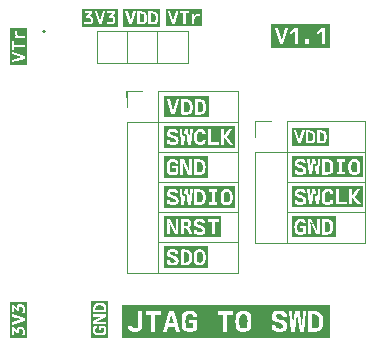
<source format=gto>
%TF.GenerationSoftware,KiCad,Pcbnew,(6.0.9)*%
%TF.CreationDate,2023-10-26T15:22:16+09:00*%
%TF.ProjectId,JTAG_to_SWD,4a544147-5f74-46f5-9f53-57442e6b6963,rev?*%
%TF.SameCoordinates,PX1c9c380PYaba9500*%
%TF.FileFunction,Legend,Top*%
%TF.FilePolarity,Positive*%
%FSLAX46Y46*%
G04 Gerber Fmt 4.6, Leading zero omitted, Abs format (unit mm)*
G04 Created by KiCad (PCBNEW (6.0.9)) date 2023-10-26 15:22:16*
%MOMM*%
%LPD*%
G01*
G04 APERTURE LIST*
%ADD10C,0.120000*%
%ADD11C,0.200000*%
G04 APERTURE END LIST*
D10*
X10290000Y22200000D02*
X10290000Y22700000D01*
X10800000Y22700000D02*
X10300000Y22700000D01*
X12965000Y15035000D02*
X19700000Y15035000D01*
X19700000Y15035000D02*
X19700000Y12520000D01*
X19700000Y12520000D02*
X12965000Y12520000D01*
X12965000Y12520000D02*
X12965000Y15035000D01*
X12900000Y27780000D02*
X10360000Y27780000D01*
X10360000Y27780000D02*
X10360000Y25120000D01*
X10360000Y25120000D02*
X12900000Y25120000D01*
X12900000Y25120000D02*
X12900000Y27780000D01*
X15500000Y27780000D02*
X12900000Y27780000D01*
X12900000Y27780000D02*
X12900000Y25120000D01*
X12900000Y25120000D02*
X15500000Y25120000D01*
X15500000Y25120000D02*
X15500000Y27780000D01*
X12965000Y9950000D02*
X19700000Y9950000D01*
X19700000Y9950000D02*
X19700000Y7350000D01*
X19700000Y7350000D02*
X12965000Y7350000D01*
X12965000Y7350000D02*
X12965000Y9950000D01*
D11*
X3402195Y27800000D02*
G75*
G03*
X3402195Y27800000I-92195J0D01*
G01*
D10*
X21180000Y19690000D02*
X21180000Y20190000D01*
X12965000Y17600000D02*
X19700000Y17600000D01*
X19700000Y17600000D02*
X19700000Y15035000D01*
X19700000Y15035000D02*
X12965000Y15035000D01*
X12965000Y15035000D02*
X12965000Y17600000D01*
X12965000Y12515000D02*
X19700000Y12515000D01*
X19700000Y12515000D02*
X19700000Y9950000D01*
X19700000Y9950000D02*
X12965000Y9950000D01*
X12965000Y9950000D02*
X12965000Y12515000D01*
X23855000Y12510000D02*
X30510000Y12510000D01*
X30510000Y12510000D02*
X30510000Y9910000D01*
X30510000Y9910000D02*
X23855000Y9910000D01*
X23855000Y9910000D02*
X23855000Y12510000D01*
X23855000Y17575000D02*
X30510000Y17575000D01*
X30510000Y17575000D02*
X30510000Y15075000D01*
X30510000Y15075000D02*
X23855000Y15075000D01*
X23855000Y15075000D02*
X23855000Y17575000D01*
X12965000Y20100000D02*
X19700000Y20100000D01*
X19700000Y20100000D02*
X19700000Y17600000D01*
X19700000Y17600000D02*
X12965000Y17600000D01*
X12965000Y17600000D02*
X12965000Y20100000D01*
X23855000Y20190000D02*
X30510000Y20190000D01*
X30510000Y20190000D02*
X30510000Y17575000D01*
X30510000Y17575000D02*
X23855000Y17575000D01*
X23855000Y17575000D02*
X23855000Y20190000D01*
X21690000Y20190000D02*
X21190000Y20190000D01*
X12965000Y22715000D02*
X19700000Y22715000D01*
X19700000Y22715000D02*
X19700000Y20100000D01*
X19700000Y20100000D02*
X12965000Y20100000D01*
X12965000Y20100000D02*
X12965000Y22715000D01*
X23855000Y15075000D02*
X30510000Y15075000D01*
X30510000Y15075000D02*
X30510000Y12510000D01*
X30510000Y12510000D02*
X23855000Y12510000D01*
X23855000Y12510000D02*
X23855000Y15075000D01*
%TO.C,kibuzzard-652CA4AC*%
G36*
X7266731Y1866312D02*
G01*
X7266731Y2485437D01*
X7465169Y2485437D01*
X7470725Y2383749D01*
X7487394Y2298818D01*
X7515175Y2230644D01*
X7582247Y2153848D01*
X7683450Y2102850D01*
X7773497Y2081683D01*
X7885944Y2068983D01*
X8020794Y2064750D01*
X8154761Y2069248D01*
X8266680Y2082742D01*
X8356550Y2105231D01*
X8457753Y2159405D01*
X8524825Y2240962D01*
X8552606Y2313458D01*
X8569275Y2403946D01*
X8574831Y2512425D01*
X8570466Y2610056D01*
X8557369Y2693400D01*
X8531969Y2777141D01*
X8490694Y2875962D01*
X7952531Y2875962D01*
X7952531Y2460037D01*
X8125569Y2460037D01*
X8125569Y2683875D01*
X8368456Y2683875D01*
X8393062Y2605294D01*
X8400206Y2507662D01*
X8391872Y2423327D01*
X8366869Y2360819D01*
X8321823Y2316567D01*
X8253363Y2287000D01*
X8156327Y2270331D01*
X8025556Y2264775D01*
X7891809Y2269736D01*
X7792194Y2284619D01*
X7721550Y2311408D01*
X7674719Y2352087D01*
X7648525Y2409634D01*
X7639794Y2487025D01*
X7652494Y2598944D01*
X7694562Y2658475D01*
X7779494Y2682287D01*
X7779494Y2879137D01*
X7669956Y2865048D01*
X7588994Y2835481D01*
X7531844Y2786864D01*
X7493744Y2715625D01*
X7472312Y2616803D01*
X7465169Y2485437D01*
X7266731Y2485437D01*
X7266731Y3831637D01*
X7481044Y3831637D01*
X7481044Y3636375D01*
X8101756Y3636375D01*
X8327181Y3658600D01*
X8327181Y3653838D01*
X7481044Y3266487D01*
X7481044Y3018837D01*
X8560544Y3018837D01*
X8560544Y3214100D01*
X7939831Y3214100D01*
X7714406Y3191875D01*
X7714406Y3196638D01*
X8560544Y3583987D01*
X8560544Y3831637D01*
X7481044Y3831637D01*
X7266731Y3831637D01*
X7266731Y4171363D01*
X7474694Y4171363D01*
X7476281Y4084050D01*
X7481044Y3987213D01*
X8560544Y3987213D01*
X8567599Y4091106D01*
X8571833Y4184768D01*
X8573244Y4268200D01*
X8567776Y4395376D01*
X8551372Y4501739D01*
X8524031Y4587288D01*
X8458348Y4683728D01*
X8359725Y4747625D01*
X8272501Y4774083D01*
X8164286Y4789958D01*
X8035081Y4795250D01*
X7911521Y4790664D01*
X7807540Y4776906D01*
X7723137Y4753975D01*
X7625308Y4698214D01*
X7555656Y4613481D01*
X7522848Y4538251D01*
X7498506Y4444853D01*
X7482631Y4333288D01*
X7476678Y4257088D01*
X7474694Y4171363D01*
X7266731Y4171363D01*
X7266731Y4993688D01*
X8773269Y4993688D01*
X8773269Y1866312D01*
X7266731Y1866312D01*
G37*
G36*
X8149580Y4584311D02*
G01*
X8243837Y4565856D01*
X8311505Y4532717D01*
X8357344Y4482513D01*
X8385125Y4411472D01*
X8398619Y4315825D01*
X8393856Y4190412D01*
X7649319Y4190412D01*
X7651303Y4252325D01*
X7657256Y4326938D01*
X7674520Y4418417D01*
X7704087Y4486481D01*
X7749728Y4534702D01*
X7815212Y4566650D01*
X7905105Y4584509D01*
X8023969Y4590463D01*
X8149580Y4584311D01*
G37*
%TO.C,kibuzzard-6539E611*%
G36*
X24281048Y19607713D02*
G01*
X27446524Y19607713D01*
X27446524Y18112287D01*
X24281048Y18112287D01*
X24281048Y19402925D01*
X24479486Y19402925D01*
X24800161Y18323425D01*
X25049399Y18323425D01*
X25487549Y18323425D01*
X25591442Y18316369D01*
X25685104Y18312136D01*
X25768536Y18310725D01*
X25895712Y18316193D01*
X25942604Y18323425D01*
X26440049Y18323425D01*
X26543942Y18316369D01*
X26637604Y18312136D01*
X26721036Y18310725D01*
X26848212Y18316193D01*
X26954575Y18332597D01*
X27040124Y18359937D01*
X27136564Y18425620D01*
X27200461Y18524244D01*
X27226919Y18611468D01*
X27242794Y18719683D01*
X27248086Y18848887D01*
X27243500Y18972448D01*
X27229742Y19076429D01*
X27206811Y19160831D01*
X27151050Y19258661D01*
X27066317Y19328313D01*
X26991087Y19361121D01*
X26897689Y19385463D01*
X26786124Y19401337D01*
X26709924Y19407291D01*
X26624199Y19409275D01*
X26536886Y19407688D01*
X26440049Y19402925D01*
X26440049Y18323425D01*
X25942604Y18323425D01*
X26002075Y18332597D01*
X26087624Y18359937D01*
X26184064Y18425620D01*
X26247961Y18524244D01*
X26274419Y18611468D01*
X26290294Y18719683D01*
X26295586Y18848887D01*
X26291000Y18972448D01*
X26277242Y19076429D01*
X26254311Y19160831D01*
X26198550Y19258661D01*
X26113817Y19328313D01*
X26038587Y19361121D01*
X25945189Y19385463D01*
X25833624Y19401337D01*
X25757424Y19407291D01*
X25671699Y19409275D01*
X25584386Y19407688D01*
X25487549Y19402925D01*
X25487549Y18323425D01*
X25049399Y18323425D01*
X25370074Y19402925D01*
X25163699Y19402925D01*
X24928749Y18561550D01*
X24920811Y18561550D01*
X24685861Y19402925D01*
X24479486Y19402925D01*
X24281048Y19402925D01*
X24281048Y19607713D01*
G37*
G36*
X26705161Y19232666D02*
G01*
X26779774Y19226713D01*
X26871253Y19209448D01*
X26939317Y19179881D01*
X26987538Y19134241D01*
X27019486Y19068756D01*
X27037345Y18978864D01*
X27043299Y18860000D01*
X27037147Y18734389D01*
X27018692Y18640131D01*
X26985553Y18572464D01*
X26935349Y18526625D01*
X26864308Y18498844D01*
X26768661Y18485350D01*
X26643249Y18490112D01*
X26643249Y19234650D01*
X26705161Y19232666D01*
G37*
G36*
X25752661Y19232666D02*
G01*
X25827274Y19226713D01*
X25918753Y19209448D01*
X25986817Y19179881D01*
X26035038Y19134241D01*
X26066986Y19068756D01*
X26084845Y18978864D01*
X26090799Y18860000D01*
X26084647Y18734389D01*
X26066192Y18640131D01*
X26033053Y18572464D01*
X25982849Y18526625D01*
X25911808Y18498844D01*
X25816161Y18485350D01*
X25690749Y18490112D01*
X25690749Y19234650D01*
X25752661Y19232666D01*
G37*
%TO.C,kibuzzard-652CAEF1*%
G36*
X6535525Y29688188D02*
G01*
X9564475Y29688188D01*
X9564475Y28197526D01*
X6535525Y28197526D01*
X6535525Y28461051D01*
X6733962Y28461051D01*
X6807980Y28430095D01*
X6877631Y28410251D01*
X6952045Y28399535D01*
X7040350Y28395963D01*
X7182034Y28404694D01*
X7289587Y28430888D01*
X7367573Y28476529D01*
X7420556Y28543601D01*
X7450917Y28636073D01*
X7461037Y28757913D01*
X7455084Y28862093D01*
X7437225Y28942857D01*
X7406070Y29002587D01*
X7360231Y29043663D01*
X7297723Y29067476D01*
X7216562Y29075413D01*
X7153062Y29072238D01*
X7153062Y29080176D01*
X7419762Y29305601D01*
X7419762Y29489751D01*
X7629312Y29489751D01*
X7949987Y28410251D01*
X8199225Y28410251D01*
X8214316Y28461051D01*
X8638963Y28461051D01*
X8712980Y28430095D01*
X8782631Y28410251D01*
X8857045Y28399535D01*
X8945350Y28395963D01*
X9087034Y28404694D01*
X9194588Y28430888D01*
X9272573Y28476529D01*
X9325556Y28543601D01*
X9355917Y28636073D01*
X9366038Y28757913D01*
X9360084Y28862093D01*
X9342225Y28942857D01*
X9311070Y29002587D01*
X9265231Y29043663D01*
X9202723Y29067476D01*
X9121562Y29075413D01*
X9058063Y29072238D01*
X9058063Y29080176D01*
X9324763Y29305601D01*
X9324763Y29489751D01*
X8661187Y29489751D01*
X8661187Y29321476D01*
X9083463Y29321476D01*
X8816762Y29084938D01*
X8816762Y28897613D01*
X8912806Y28911901D01*
X8991387Y28916663D01*
X9073144Y28907138D01*
X9127913Y28878563D01*
X9158869Y28829351D01*
X9169188Y28757913D01*
X9156686Y28667624D01*
X9119181Y28609482D01*
X9050323Y28577930D01*
X8943763Y28567413D01*
X8872127Y28572573D01*
X8803269Y28588051D01*
X8728458Y28616229D01*
X8638963Y28659488D01*
X8638963Y28461051D01*
X8214316Y28461051D01*
X8519900Y29489751D01*
X8313525Y29489751D01*
X8078575Y28648376D01*
X8070637Y28648376D01*
X7835687Y29489751D01*
X7629312Y29489751D01*
X7419762Y29489751D01*
X6756187Y29489751D01*
X6756187Y29321476D01*
X7178462Y29321476D01*
X6911762Y29084938D01*
X6911762Y28897613D01*
X7007806Y28911901D01*
X7086387Y28916663D01*
X7168144Y28907138D01*
X7222912Y28878563D01*
X7253869Y28829351D01*
X7264187Y28757913D01*
X7251686Y28667624D01*
X7214181Y28609482D01*
X7145323Y28577930D01*
X7038762Y28567413D01*
X6967127Y28572573D01*
X6898269Y28588051D01*
X6823458Y28616229D01*
X6733962Y28659488D01*
X6733962Y28461051D01*
X6535525Y28461051D01*
X6535525Y29688188D01*
G37*
%TO.C,kibuzzard-6539E8D8*%
G36*
X13476048Y14668923D02*
G01*
X19500610Y14668923D01*
X19500610Y12861077D01*
X13476048Y12861077D01*
X13476048Y13506873D01*
X13719888Y13506873D01*
X13726555Y13364950D01*
X13757988Y13259223D01*
X13817757Y13184451D01*
X13909435Y13135397D01*
X14039690Y13108251D01*
X14215188Y13099202D01*
X14385447Y13107299D01*
X14511415Y13131588D01*
X14600236Y13175403D01*
X14659053Y13242078D01*
X14691914Y13336375D01*
X14702868Y13463058D01*
X14693819Y13567118D01*
X14666673Y13650700D01*
X14618333Y13718566D01*
X14545705Y13775478D01*
X14443073Y13826436D01*
X14304723Y13876443D01*
X14144941Y13931449D01*
X14042785Y13978360D01*
X13969443Y14076468D01*
X13990398Y14166003D01*
X14059930Y14209818D01*
X14199948Y14223153D01*
X14336155Y14208865D01*
X14406640Y14161240D01*
X14434263Y14065038D01*
X14676198Y14065038D01*
X14666673Y14193149D01*
X14634288Y14287923D01*
X14576423Y14354598D01*
X14490460Y14398413D01*
X14424175Y14411748D01*
X14796213Y14411748D01*
X14950518Y13116347D01*
X15201978Y13116347D01*
X15350568Y14244108D01*
X15358188Y14244108D01*
X15504873Y13116347D01*
X15758238Y13116347D01*
X16028748Y13116347D01*
X16153419Y13107881D01*
X16265814Y13102801D01*
X16365933Y13101108D01*
X16518544Y13107669D01*
X16574811Y13116347D01*
X17282238Y13116347D01*
X17996613Y13116347D01*
X17996613Y13327803D01*
X17758488Y13327803D01*
X17758488Y13760238D01*
X18280458Y13760238D01*
X18285432Y13599582D01*
X18300354Y13465597D01*
X18325225Y13358283D01*
X18385709Y13237791D01*
X18477625Y13158257D01*
X18559434Y13125449D01*
X18661352Y13105764D01*
X18783378Y13099202D01*
X18905404Y13105764D01*
X19007321Y13125449D01*
X19089130Y13158257D01*
X19181047Y13237791D01*
X19241530Y13358283D01*
X19266401Y13465597D01*
X19281324Y13599582D01*
X19286298Y13760238D01*
X19281324Y13923221D01*
X19266401Y14059111D01*
X19241530Y14167908D01*
X19181047Y14290066D01*
X19089130Y14370790D01*
X19007321Y14404128D01*
X18905404Y14424130D01*
X18783378Y14430798D01*
X18661352Y14424130D01*
X18559434Y14404128D01*
X18477625Y14370790D01*
X18385709Y14290066D01*
X18325225Y14167908D01*
X18300354Y14059111D01*
X18285432Y13923221D01*
X18280458Y13760238D01*
X17758488Y13760238D01*
X17758488Y14200293D01*
X17983278Y14200293D01*
X17983278Y14411748D01*
X17295573Y14411748D01*
X17295573Y14200293D01*
X17520363Y14200293D01*
X17520363Y13327803D01*
X17282238Y13327803D01*
X17282238Y13116347D01*
X16574811Y13116347D01*
X16646179Y13127354D01*
X16748838Y13160163D01*
X16864566Y13238982D01*
X16941243Y13357330D01*
X16972993Y13461999D01*
X16992043Y13591857D01*
X16998393Y13746903D01*
X16992889Y13895175D01*
X16976379Y14019953D01*
X16948863Y14121235D01*
X16881950Y14238631D01*
X16780270Y14322213D01*
X16689994Y14361583D01*
X16577917Y14390793D01*
X16444038Y14409843D01*
X16352598Y14416986D01*
X16249728Y14419368D01*
X16144953Y14417463D01*
X16028748Y14411748D01*
X16028748Y13116347D01*
X15758238Y13116347D01*
X15912543Y14411748D01*
X15702993Y14411748D01*
X15626793Y13392573D01*
X15624888Y13392573D01*
X15609648Y13628793D01*
X15491538Y14411748D01*
X15217218Y14411748D01*
X15095298Y13628793D01*
X15081963Y13392573D01*
X15080058Y13392573D01*
X15005763Y14411748D01*
X14796213Y14411748D01*
X14424175Y14411748D01*
X14369731Y14422701D01*
X14207568Y14430798D01*
X14042071Y14422939D01*
X13918960Y14399365D01*
X13831806Y14357217D01*
X13774180Y14293638D01*
X13742033Y14204103D01*
X13731318Y14084088D01*
X13740366Y13990266D01*
X13767513Y13914543D01*
X13816328Y13852392D01*
X13890385Y13799290D01*
X13995398Y13750951D01*
X14137083Y13703088D01*
X14250192Y13666178D01*
X14334250Y13631650D01*
X14434263Y13558308D01*
X14464743Y13461153D01*
X14443788Y13366855D01*
X14372350Y13320183D01*
X14230428Y13306847D01*
X14137797Y13311134D01*
X14069455Y13323993D01*
X13988493Y13384000D01*
X13958013Y13506873D01*
X13719888Y13506873D01*
X13476048Y13506873D01*
X13476048Y14668923D01*
G37*
G36*
X16346883Y14207436D02*
G01*
X16436418Y14200293D01*
X16546193Y14179576D01*
X16627870Y14144095D01*
X16685735Y14089326D01*
X16724073Y14010745D01*
X16745504Y13902874D01*
X16752648Y13760238D01*
X16745266Y13609504D01*
X16723120Y13496395D01*
X16683353Y13415194D01*
X16623108Y13360188D01*
X16537859Y13326850D01*
X16423083Y13310658D01*
X16272588Y13316373D01*
X16272588Y14209818D01*
X16346883Y14207436D01*
G37*
G36*
X18874341Y14211008D02*
G01*
X18941493Y14180290D01*
X18988880Y14125045D01*
X19020550Y14041225D01*
X19038410Y13921924D01*
X19044363Y13760238D01*
X19038410Y13603313D01*
X19020550Y13486870D01*
X18988880Y13404479D01*
X18941493Y13349710D01*
X18874341Y13318992D01*
X18783378Y13308752D01*
X18692176Y13318992D01*
X18624310Y13349710D01*
X18576209Y13404479D01*
X18544300Y13486870D01*
X18526441Y13603313D01*
X18520488Y13760238D01*
X18526441Y13920734D01*
X18544300Y14040273D01*
X18576209Y14124807D01*
X18624310Y14180290D01*
X18692176Y14211008D01*
X18783378Y14221248D01*
X18874341Y14211008D01*
G37*
%TO.C,kibuzzard-6539E952*%
G36*
X9910753Y4656897D02*
G01*
X27489247Y4656897D01*
X27489247Y1823103D01*
X9910753Y1823103D01*
X9910753Y2875510D01*
X10447540Y2875510D01*
X10454207Y2695170D01*
X10489450Y2560550D01*
X10557395Y2464665D01*
X10662170Y2400530D01*
X10812347Y2364335D01*
X11016500Y2352270D01*
X11219065Y2364335D01*
X11369560Y2400530D01*
X11475922Y2465300D01*
X11546090Y2563090D01*
X11585142Y2701520D01*
X11598160Y2888210D01*
X11598160Y3812770D01*
X11951220Y3812770D01*
X12413500Y3812770D01*
X12413500Y2375130D01*
X12738620Y2375130D01*
X13378700Y2375130D01*
X13701280Y2375130D01*
X13825740Y2789150D01*
X14374380Y2789150D01*
X14498840Y2375130D01*
X14821420Y2375130D01*
X14563610Y3238730D01*
X14971280Y3238730D01*
X14978477Y3024382D01*
X15000067Y2845312D01*
X15036050Y2701520D01*
X15122727Y2539595D01*
X15253220Y2432280D01*
X15369213Y2387830D01*
X15513993Y2361160D01*
X15687560Y2352270D01*
X15843770Y2359255D01*
X15977120Y2380210D01*
X16111105Y2420850D01*
X16269220Y2486890D01*
X16269220Y3347950D01*
X15603740Y3347950D01*
X15603740Y3071090D01*
X15961880Y3071090D01*
X15961880Y2682470D01*
X15836150Y2643100D01*
X15679940Y2631670D01*
X15545002Y2645005D01*
X15444990Y2685010D01*
X15374187Y2757082D01*
X15326880Y2866620D01*
X15300210Y3021878D01*
X15291320Y3231110D01*
X15299257Y3445105D01*
X15323070Y3604490D01*
X15365932Y3717520D01*
X15431020Y3792450D01*
X15523095Y3834360D01*
X15646920Y3848330D01*
X15825990Y3828010D01*
X15921240Y3760700D01*
X15959340Y3624810D01*
X16274300Y3624810D01*
X16251757Y3800070D01*
X16247119Y3812770D01*
X18047220Y3812770D01*
X18509500Y3812770D01*
X18509500Y2375130D01*
X18834620Y2375130D01*
X18834620Y3233650D01*
X19525500Y3233650D01*
X19532132Y3019443D01*
X19552029Y2840797D01*
X19585190Y2697710D01*
X19665835Y2537055D01*
X19788390Y2431010D01*
X19897469Y2387266D01*
X20033359Y2361019D01*
X20196060Y2352270D01*
X20358761Y2361019D01*
X20494651Y2387266D01*
X20603730Y2431010D01*
X20726285Y2537055D01*
X20806930Y2697710D01*
X20840091Y2840797D01*
X20846220Y2895830D01*
X22588740Y2895830D01*
X22597630Y2706600D01*
X22639540Y2565630D01*
X22719233Y2465935D01*
X22841470Y2400530D01*
X23015143Y2364335D01*
X23249140Y2352270D01*
X23476153Y2363065D01*
X23644110Y2395450D01*
X23762537Y2453870D01*
X23840960Y2542770D01*
X23884775Y2668500D01*
X23899380Y2837410D01*
X23887315Y2976158D01*
X23851120Y3087600D01*
X23786668Y3178088D01*
X23689830Y3253970D01*
X23552988Y3321915D01*
X23368520Y3388590D01*
X23155478Y3461933D01*
X23019270Y3524480D01*
X22921480Y3655290D01*
X22949420Y3774670D01*
X23042130Y3833090D01*
X23228820Y3850870D01*
X23410430Y3831820D01*
X23504410Y3768320D01*
X23541240Y3640050D01*
X23863820Y3640050D01*
X23851120Y3810865D01*
X23807940Y3937230D01*
X23730788Y4026130D01*
X23616170Y4084550D01*
X23527793Y4102330D01*
X24023840Y4102330D01*
X24229580Y2375130D01*
X24564860Y2375130D01*
X24762980Y3878810D01*
X24773140Y3878810D01*
X24968720Y2375130D01*
X25306540Y2375130D01*
X25667220Y2375130D01*
X25833449Y2363841D01*
X25983309Y2357068D01*
X26116800Y2354810D01*
X26320282Y2363559D01*
X26490462Y2389806D01*
X26627340Y2433550D01*
X26781645Y2538643D01*
X26883880Y2696440D01*
X26926213Y2835999D01*
X26951613Y3009142D01*
X26960080Y3215870D01*
X26952742Y3413567D01*
X26930729Y3579937D01*
X26894040Y3714980D01*
X26804823Y3871508D01*
X26669250Y3982950D01*
X26548882Y4035443D01*
X26399446Y4074390D01*
X26220940Y4099790D01*
X26099020Y4109315D01*
X25961860Y4112490D01*
X25822160Y4109950D01*
X25667220Y4102330D01*
X25667220Y2375130D01*
X25306540Y2375130D01*
X25512280Y4102330D01*
X25232880Y4102330D01*
X25131280Y2743430D01*
X25128740Y2743430D01*
X25108420Y3058390D01*
X24950940Y4102330D01*
X24585180Y4102330D01*
X24422620Y3058390D01*
X24404840Y2743430D01*
X24402300Y2743430D01*
X24303240Y4102330D01*
X24023840Y4102330D01*
X23527793Y4102330D01*
X23455198Y4116935D01*
X23238980Y4127730D01*
X23018318Y4117253D01*
X22854170Y4085820D01*
X22737965Y4029623D01*
X22661130Y3944850D01*
X22618268Y3825470D01*
X22603980Y3665450D01*
X22616045Y3540355D01*
X22652240Y3439390D01*
X22717328Y3356523D01*
X22816070Y3285720D01*
X22956088Y3221268D01*
X23145000Y3157450D01*
X23295813Y3108238D01*
X23407890Y3062200D01*
X23541240Y2964410D01*
X23581880Y2834870D01*
X23553940Y2709140D01*
X23458690Y2646910D01*
X23269460Y2629130D01*
X23145953Y2634845D01*
X23054830Y2651990D01*
X22946880Y2732000D01*
X22906240Y2895830D01*
X22588740Y2895830D01*
X20846220Y2895830D01*
X20859988Y3019443D01*
X20866620Y3233650D01*
X20859988Y3450961D01*
X20840091Y3632148D01*
X20806930Y3777210D01*
X20726285Y3940088D01*
X20603730Y4047720D01*
X20494651Y4092170D01*
X20358761Y4118840D01*
X20196060Y4127730D01*
X20033359Y4118840D01*
X19897469Y4092170D01*
X19788390Y4047720D01*
X19665835Y3940088D01*
X19585190Y3777210D01*
X19552029Y3632148D01*
X19532132Y3450961D01*
X19525500Y3233650D01*
X18834620Y3233650D01*
X18834620Y3812770D01*
X19296900Y3812770D01*
X19296900Y4102330D01*
X18047220Y4102330D01*
X18047220Y3812770D01*
X16247119Y3812770D01*
X16204450Y3929610D01*
X16126662Y4021050D01*
X16012680Y4082010D01*
X15854565Y4116300D01*
X15644380Y4127730D01*
X15481679Y4118840D01*
X15345789Y4092170D01*
X15236710Y4047720D01*
X15113837Y3940405D01*
X15032240Y3778480D01*
X14998373Y3634406D01*
X14978053Y3454489D01*
X14971280Y3238730D01*
X14563610Y3238730D01*
X14305800Y4102330D01*
X13894320Y4102330D01*
X13378700Y2375130D01*
X12738620Y2375130D01*
X12738620Y3812770D01*
X13200900Y3812770D01*
X13200900Y4102330D01*
X11951220Y4102330D01*
X11951220Y3812770D01*
X11598160Y3812770D01*
X11598160Y4102330D01*
X11275580Y4102330D01*
X11275580Y2898370D01*
X11251450Y2738350D01*
X11170170Y2658340D01*
X11008880Y2634210D01*
X10820920Y2686280D01*
X10772660Y2875510D01*
X10447540Y2875510D01*
X9910753Y2875510D01*
X9910753Y4656897D01*
G37*
G36*
X26091400Y3829915D02*
G01*
X26210780Y3820390D01*
X26357147Y3792768D01*
X26466050Y3745460D01*
X26543203Y3672435D01*
X26594320Y3567660D01*
X26622895Y3423833D01*
X26632420Y3233650D01*
X26622578Y3032673D01*
X26593050Y2881860D01*
X26540028Y2773593D01*
X26459700Y2700250D01*
X26346035Y2655800D01*
X26193000Y2634210D01*
X25992340Y2641830D01*
X25992340Y3833090D01*
X26091400Y3829915D01*
G37*
G36*
X20317345Y3834678D02*
G01*
X20406880Y3793720D01*
X20470063Y3720060D01*
X20512290Y3608300D01*
X20536102Y3449233D01*
X20544040Y3233650D01*
X20536102Y3024417D01*
X20512290Y2869160D01*
X20470063Y2759305D01*
X20406880Y2686280D01*
X20317345Y2645323D01*
X20196060Y2631670D01*
X20074457Y2645323D01*
X19983970Y2686280D01*
X19919835Y2759305D01*
X19877290Y2869160D01*
X19853478Y3024417D01*
X19845540Y3233650D01*
X19853478Y3447645D01*
X19877290Y3607030D01*
X19919835Y3719743D01*
X19983970Y3793720D01*
X20074457Y3834678D01*
X20196060Y3848330D01*
X20317345Y3834678D01*
G37*
G36*
X14298180Y3060930D02*
G01*
X13901940Y3060930D01*
X14097520Y3787370D01*
X14102600Y3787370D01*
X14298180Y3060930D01*
G37*
%TO.C,kibuzzard-6539E58F*%
G36*
X13476048Y17208923D02*
G01*
X17228898Y17208923D01*
X17228898Y15401077D01*
X13476048Y15401077D01*
X13476048Y16304048D01*
X13714173Y16304048D01*
X13719570Y16143287D01*
X13735763Y16008984D01*
X13762750Y15901140D01*
X13827759Y15779696D01*
X13925628Y15699210D01*
X14012623Y15665873D01*
X14121208Y15645870D01*
X14251383Y15639202D01*
X14368540Y15644441D01*
X14444307Y15656347D01*
X14859078Y15656347D01*
X15093393Y15656347D01*
X15093393Y16401203D01*
X15066723Y16671713D01*
X15072438Y16671713D01*
X15537258Y15656347D01*
X15834438Y15656347D01*
X16021128Y15656347D01*
X16145800Y15647881D01*
X16258195Y15642801D01*
X16358313Y15641108D01*
X16510925Y15647669D01*
X16638560Y15667354D01*
X16741218Y15700163D01*
X16856947Y15778982D01*
X16933623Y15897330D01*
X16965373Y16001999D01*
X16984423Y16131857D01*
X16990773Y16286903D01*
X16985270Y16435175D01*
X16968760Y16559953D01*
X16941243Y16661235D01*
X16874330Y16778631D01*
X16772650Y16862213D01*
X16682375Y16901583D01*
X16570297Y16930793D01*
X16436418Y16949843D01*
X16344978Y16956986D01*
X16242108Y16959368D01*
X16137333Y16957463D01*
X16021128Y16951748D01*
X16021128Y15656347D01*
X15834438Y15656347D01*
X15834438Y16951748D01*
X15600123Y16951748D01*
X15600123Y16206893D01*
X15626793Y15936382D01*
X15621078Y15936382D01*
X15156258Y16951748D01*
X14859078Y16951748D01*
X14859078Y15656347D01*
X14444307Y15656347D01*
X14468553Y15660157D01*
X14569042Y15690638D01*
X14687628Y15740168D01*
X14687628Y16385963D01*
X14188518Y16385963D01*
X14188518Y16178318D01*
X14457123Y16178318D01*
X14457123Y15886853D01*
X14362825Y15857325D01*
X14245668Y15848752D01*
X14144465Y15858754D01*
X14069455Y15888758D01*
X14016354Y15942812D01*
X13980873Y16024965D01*
X13960870Y16141408D01*
X13954203Y16298333D01*
X13960156Y16458829D01*
X13978015Y16578368D01*
X14010162Y16663140D01*
X14058978Y16719338D01*
X14128034Y16750770D01*
X14220903Y16761248D01*
X14355205Y16746008D01*
X14426643Y16695525D01*
X14455218Y16593608D01*
X14691438Y16593608D01*
X14674531Y16725053D01*
X14639050Y16822208D01*
X14580710Y16890788D01*
X14495223Y16936508D01*
X14376637Y16962225D01*
X14218998Y16970798D01*
X14096972Y16964130D01*
X13995055Y16944128D01*
X13913245Y16910790D01*
X13821091Y16830304D01*
X13759893Y16708860D01*
X13734493Y16600804D01*
X13719253Y16465867D01*
X13714173Y16304048D01*
X13476048Y16304048D01*
X13476048Y17208923D01*
G37*
G36*
X16339263Y16747436D02*
G01*
X16428798Y16740293D01*
X16538574Y16719576D01*
X16620250Y16684095D01*
X16678115Y16629326D01*
X16716453Y16550745D01*
X16737884Y16442874D01*
X16745028Y16300238D01*
X16737646Y16149504D01*
X16715501Y16036395D01*
X16675734Y15955194D01*
X16615488Y15900188D01*
X16530239Y15866850D01*
X16415463Y15850658D01*
X16264968Y15856373D01*
X16264968Y16749818D01*
X16339263Y16747436D01*
G37*
%TO.C,kibuzzard-6539E162*%
G36*
X11473875Y29313141D02*
G01*
X11548488Y29307188D01*
X11639967Y29289923D01*
X11708031Y29260356D01*
X11756252Y29214716D01*
X11788200Y29149231D01*
X11806059Y29059339D01*
X11812013Y28940475D01*
X11805861Y28814864D01*
X11787406Y28720606D01*
X11754267Y28652939D01*
X11704063Y28607100D01*
X11633022Y28579319D01*
X11537375Y28565825D01*
X11411963Y28570587D01*
X11411963Y29315125D01*
X11473875Y29313141D01*
G37*
G36*
X12426375Y29313141D02*
G01*
X12500988Y29307188D01*
X12592467Y29289923D01*
X12660531Y29260356D01*
X12708752Y29214716D01*
X12740700Y29149231D01*
X12758559Y29059339D01*
X12764513Y28940475D01*
X12758361Y28814864D01*
X12739906Y28720606D01*
X12706767Y28652939D01*
X12656563Y28607100D01*
X12585522Y28579319D01*
X12489875Y28565825D01*
X12364463Y28570587D01*
X12364463Y29315125D01*
X12426375Y29313141D01*
G37*
G36*
X10002262Y29688188D02*
G01*
X13167738Y29688188D01*
X13167738Y28192762D01*
X10002262Y28192762D01*
X10002262Y29483400D01*
X10200700Y29483400D01*
X10521375Y28403900D01*
X10770613Y28403900D01*
X11208763Y28403900D01*
X11312656Y28396844D01*
X11406318Y28392611D01*
X11489750Y28391200D01*
X11616926Y28396668D01*
X11663818Y28403900D01*
X12161263Y28403900D01*
X12265156Y28396844D01*
X12358818Y28392611D01*
X12442250Y28391200D01*
X12569426Y28396668D01*
X12675789Y28413072D01*
X12761338Y28440412D01*
X12857778Y28506095D01*
X12921675Y28604719D01*
X12948133Y28691943D01*
X12964008Y28800158D01*
X12969300Y28929362D01*
X12964714Y29052923D01*
X12950956Y29156904D01*
X12928025Y29241306D01*
X12872264Y29339136D01*
X12787531Y29408788D01*
X12712301Y29441596D01*
X12618903Y29465938D01*
X12507338Y29481812D01*
X12431138Y29487766D01*
X12345413Y29489750D01*
X12258100Y29488163D01*
X12161263Y29483400D01*
X12161263Y28403900D01*
X11663818Y28403900D01*
X11723289Y28413072D01*
X11808838Y28440412D01*
X11905278Y28506095D01*
X11969175Y28604719D01*
X11995633Y28691943D01*
X12011508Y28800158D01*
X12016800Y28929362D01*
X12012214Y29052923D01*
X11998456Y29156904D01*
X11975525Y29241306D01*
X11919764Y29339136D01*
X11835031Y29408788D01*
X11759801Y29441596D01*
X11666403Y29465938D01*
X11554838Y29481812D01*
X11478638Y29487766D01*
X11392913Y29489750D01*
X11305600Y29488163D01*
X11208763Y29483400D01*
X11208763Y28403900D01*
X10770613Y28403900D01*
X11091288Y29483400D01*
X10884913Y29483400D01*
X10649963Y28642025D01*
X10642025Y28642025D01*
X10407075Y29483400D01*
X10200700Y29483400D01*
X10002262Y29483400D01*
X10002262Y29688188D01*
G37*
%TO.C,kibuzzard-6539E918*%
G36*
X13476048Y19753923D02*
G01*
X19510453Y19753923D01*
X19510453Y17946077D01*
X13476048Y17946077D01*
X13476048Y18591873D01*
X13719889Y18591873D01*
X13726556Y18449950D01*
X13757988Y18344223D01*
X13817758Y18269451D01*
X13909436Y18220397D01*
X14039690Y18193251D01*
X14215188Y18184202D01*
X14385448Y18192299D01*
X14511416Y18216588D01*
X14600237Y18260403D01*
X14659053Y18327078D01*
X14691915Y18421375D01*
X14702868Y18548058D01*
X14693820Y18652118D01*
X14666673Y18735700D01*
X14618334Y18803566D01*
X14545706Y18860478D01*
X14443074Y18911436D01*
X14304723Y18961443D01*
X14144942Y19016449D01*
X14042786Y19063360D01*
X13969443Y19161468D01*
X13990398Y19251003D01*
X14059931Y19294818D01*
X14199948Y19308153D01*
X14336156Y19293865D01*
X14406641Y19246240D01*
X14434264Y19150038D01*
X14676198Y19150038D01*
X14666673Y19278149D01*
X14634288Y19372923D01*
X14576424Y19439598D01*
X14490461Y19483413D01*
X14424176Y19496748D01*
X14796213Y19496748D01*
X14950518Y18201347D01*
X15201978Y18201347D01*
X15350568Y19329108D01*
X15358188Y19329108D01*
X15504874Y18201347D01*
X15758239Y18201347D01*
X15835165Y18847143D01*
X16034463Y18847143D01*
X16039543Y18686487D01*
X16054783Y18552503D01*
X16080183Y18445188D01*
X16141620Y18324458D01*
X16234489Y18244210D01*
X16317250Y18210873D01*
X16420755Y18190870D01*
X16545004Y18184202D01*
X16697165Y18192537D01*
X16737188Y18201347D01*
X18316654Y18201347D01*
X18558589Y18201347D01*
X18558589Y18818568D01*
X19032934Y18201347D01*
X19335829Y18201347D01*
X18798619Y18858573D01*
X18798619Y18864288D01*
X19263439Y19496748D01*
X18983404Y19496748D01*
X18558589Y18902388D01*
X18558589Y19496748D01*
X18316654Y19496748D01*
X18316654Y18201347D01*
X16737188Y18201347D01*
X16745847Y18203253D01*
X17225089Y18203253D01*
X18124249Y18203253D01*
X18124249Y18416613D01*
X17468929Y18416613D01*
X17468929Y19496748D01*
X17225089Y19496748D01*
X17225089Y18203253D01*
X16745847Y18203253D01*
X16810751Y18217540D01*
X16892428Y18262784D01*
X16948864Y18331840D01*
X16984106Y18429709D01*
X17002203Y18561393D01*
X16764078Y18561393D01*
X16703118Y18427090D01*
X16640730Y18400658D01*
X16545004Y18391847D01*
X16452135Y18402087D01*
X16383079Y18432805D01*
X16334263Y18487812D01*
X16302116Y18570917D01*
X16284257Y18688551D01*
X16278304Y18847143D01*
X16284257Y19007639D01*
X16302116Y19127178D01*
X16334263Y19211712D01*
X16383079Y19267195D01*
X16452135Y19297913D01*
X16545004Y19308153D01*
X16631681Y19298628D01*
X16689783Y19270053D01*
X16727407Y19215284D01*
X16752649Y19127178D01*
X16990774Y19127178D01*
X16976010Y19262194D01*
X16943148Y19362445D01*
X16888380Y19433406D01*
X16807893Y19480555D01*
X16695499Y19506987D01*
X16545004Y19515798D01*
X16420755Y19509130D01*
X16317250Y19489128D01*
X16234489Y19455790D01*
X16141620Y19375066D01*
X16080183Y19252908D01*
X16054783Y19144323D01*
X16039543Y19009068D01*
X16034463Y18847143D01*
X15835165Y18847143D01*
X15912544Y19496748D01*
X15702993Y19496748D01*
X15626793Y18477573D01*
X15624889Y18477573D01*
X15609649Y18713793D01*
X15491539Y19496748D01*
X15217218Y19496748D01*
X15095298Y18713793D01*
X15081963Y18477573D01*
X15080059Y18477573D01*
X15005764Y19496748D01*
X14796213Y19496748D01*
X14424176Y19496748D01*
X14369732Y19507701D01*
X14207568Y19515798D01*
X14042072Y19507939D01*
X13918961Y19484365D01*
X13831807Y19442217D01*
X13774181Y19378638D01*
X13742034Y19289103D01*
X13731318Y19169088D01*
X13740367Y19075266D01*
X13767513Y18999543D01*
X13816329Y18937392D01*
X13890386Y18884290D01*
X13995399Y18835951D01*
X14137083Y18788088D01*
X14250193Y18751178D01*
X14334251Y18716650D01*
X14434264Y18643308D01*
X14464743Y18546153D01*
X14443788Y18451855D01*
X14372351Y18405183D01*
X14230428Y18391847D01*
X14137798Y18396134D01*
X14069456Y18408993D01*
X13988493Y18469000D01*
X13958013Y18591873D01*
X13719889Y18591873D01*
X13476048Y18591873D01*
X13476048Y19753923D01*
G37*
%TO.C,kibuzzard-6539E1A4*%
G36*
X404669Y24960125D02*
G01*
X404669Y26049150D01*
X603107Y26049150D01*
X603107Y25842775D01*
X1444482Y25607825D01*
X1444482Y25599887D01*
X603107Y25364937D01*
X603107Y25158562D01*
X1682607Y25479237D01*
X1682607Y25728475D01*
X603107Y26049150D01*
X404669Y26049150D01*
X404669Y26166625D01*
X603107Y26166625D01*
X784082Y26166625D01*
X784082Y26455550D01*
X1682607Y26455550D01*
X1682607Y26658750D01*
X784082Y26658750D01*
X784082Y26947675D01*
X603107Y26947675D01*
X603107Y26166625D01*
X404669Y26166625D01*
X404669Y27638238D01*
X845994Y27638238D01*
X853932Y27533463D01*
X893619Y27479487D01*
X942038Y27445753D01*
X1023794Y27395350D01*
X1023794Y27377888D01*
X853932Y27385825D01*
X853932Y27211200D01*
X1682607Y27211200D01*
X1682607Y27401700D01*
X1274620Y27401700D01*
X1175401Y27425513D01*
X1087295Y27485838D01*
X1046019Y27554100D01*
X1040066Y27635063D01*
X1038082Y27744600D01*
X1039669Y27841438D01*
X849169Y27841438D01*
X846788Y27743013D01*
X845994Y27638238D01*
X404669Y27638238D01*
X404669Y28039875D01*
X1881045Y28039875D01*
X1881045Y24960125D01*
X404669Y24960125D01*
G37*
%TO.C,J3*%
X21195000Y18860000D02*
X21195000Y20190000D01*
X21195000Y17590000D02*
X23855000Y17590000D01*
X21195000Y9910000D02*
X23855000Y9910000D01*
X23855000Y17590000D02*
X23855000Y9910000D01*
X21195000Y17590000D02*
X21195000Y9910000D01*
X21195000Y20190000D02*
X22525000Y20190000D01*
%TO.C,kibuzzard-6539E581*%
G36*
X13476048Y22297255D02*
G01*
X17274618Y22297255D01*
X17274618Y20502745D01*
X13476048Y20502745D01*
X13476048Y22051510D01*
X13714173Y22051510D01*
X14098983Y20756110D01*
X14398068Y20756110D01*
X14923848Y20756110D01*
X15048520Y20747643D01*
X15160915Y20742563D01*
X15261033Y20740870D01*
X15413645Y20747432D01*
X15469912Y20756110D01*
X16066848Y20756110D01*
X16191520Y20747643D01*
X16303915Y20742563D01*
X16404033Y20740870D01*
X16556645Y20747432D01*
X16684280Y20767117D01*
X16786938Y20799925D01*
X16902667Y20878744D01*
X16979343Y20997093D01*
X17011093Y21101762D01*
X17030143Y21231619D01*
X17036493Y21386665D01*
X17030990Y21534937D01*
X17014480Y21659715D01*
X16986963Y21760998D01*
X16920050Y21878393D01*
X16818371Y21961975D01*
X16728095Y22001345D01*
X16616017Y22030555D01*
X16482138Y22049605D01*
X16390698Y22056749D01*
X16287828Y22059130D01*
X16183053Y22057225D01*
X16066848Y22051510D01*
X16066848Y20756110D01*
X15469912Y20756110D01*
X15541280Y20767117D01*
X15643938Y20799925D01*
X15759667Y20878744D01*
X15836343Y20997093D01*
X15868093Y21101762D01*
X15887143Y21231619D01*
X15893493Y21386665D01*
X15887990Y21534937D01*
X15871480Y21659715D01*
X15843963Y21760998D01*
X15777050Y21878393D01*
X15675371Y21961975D01*
X15585095Y22001345D01*
X15473017Y22030555D01*
X15339138Y22049605D01*
X15247698Y22056749D01*
X15144828Y22059130D01*
X15040053Y22057225D01*
X14923848Y22051510D01*
X14923848Y20756110D01*
X14398068Y20756110D01*
X14782878Y22051510D01*
X14535228Y22051510D01*
X14253288Y21041860D01*
X14243763Y21041860D01*
X13961823Y22051510D01*
X13714173Y22051510D01*
X13476048Y22051510D01*
X13476048Y22297255D01*
G37*
G36*
X15241983Y21847199D02*
G01*
X15331518Y21840055D01*
X15441294Y21819338D01*
X15522971Y21783858D01*
X15580835Y21729089D01*
X15619173Y21650508D01*
X15640604Y21542637D01*
X15647748Y21400000D01*
X15640366Y21249267D01*
X15618221Y21136157D01*
X15578454Y21054957D01*
X15518208Y20999950D01*
X15432959Y20966613D01*
X15318183Y20950420D01*
X15167688Y20956135D01*
X15167688Y21849580D01*
X15241983Y21847199D01*
G37*
G36*
X16384983Y21847199D02*
G01*
X16474518Y21840055D01*
X16584294Y21819338D01*
X16665971Y21783858D01*
X16723835Y21729089D01*
X16762173Y21650508D01*
X16783604Y21542637D01*
X16790748Y21400000D01*
X16783366Y21249267D01*
X16761221Y21136157D01*
X16721454Y21054957D01*
X16661208Y20999950D01*
X16575959Y20966613D01*
X16461183Y20950420D01*
X16310688Y20956135D01*
X16310688Y21849580D01*
X16384983Y21847199D01*
G37*
%TO.C,kibuzzard-6539E628*%
G36*
X27144263Y11682436D02*
G01*
X27233798Y11675293D01*
X27343574Y11654576D01*
X27425250Y11619095D01*
X27483115Y11564326D01*
X27521453Y11485745D01*
X27542884Y11377874D01*
X27550028Y11235238D01*
X27542646Y11084504D01*
X27520501Y10971395D01*
X27480734Y10890194D01*
X27420488Y10835188D01*
X27335239Y10801850D01*
X27220463Y10785658D01*
X27069968Y10791373D01*
X27069968Y11684818D01*
X27144263Y11682436D01*
G37*
G36*
X24281048Y12143923D02*
G01*
X28033898Y12143923D01*
X28033898Y10336077D01*
X24281048Y10336077D01*
X24281048Y11239048D01*
X24519173Y11239048D01*
X24524570Y11078287D01*
X24540763Y10943984D01*
X24567750Y10836140D01*
X24632759Y10714696D01*
X24730628Y10634210D01*
X24817623Y10600873D01*
X24926208Y10580870D01*
X25056383Y10574202D01*
X25173540Y10579441D01*
X25249307Y10591347D01*
X25664078Y10591347D01*
X25898393Y10591347D01*
X25898393Y11336203D01*
X25871723Y11606713D01*
X25877438Y11606713D01*
X26342258Y10591347D01*
X26639438Y10591347D01*
X26826128Y10591347D01*
X26950800Y10582881D01*
X27063195Y10577801D01*
X27163313Y10576108D01*
X27315925Y10582669D01*
X27443560Y10602354D01*
X27546218Y10635163D01*
X27661947Y10713982D01*
X27738623Y10832330D01*
X27770373Y10936999D01*
X27789423Y11066857D01*
X27795773Y11221903D01*
X27790270Y11370175D01*
X27773760Y11494953D01*
X27746243Y11596235D01*
X27679330Y11713631D01*
X27577650Y11797213D01*
X27487375Y11836583D01*
X27375297Y11865793D01*
X27241418Y11884843D01*
X27149978Y11891986D01*
X27047108Y11894368D01*
X26942333Y11892463D01*
X26826128Y11886748D01*
X26826128Y10591347D01*
X26639438Y10591347D01*
X26639438Y11886748D01*
X26405123Y11886748D01*
X26405123Y11141893D01*
X26431793Y10871382D01*
X26426078Y10871382D01*
X25961258Y11886748D01*
X25664078Y11886748D01*
X25664078Y10591347D01*
X25249307Y10591347D01*
X25273553Y10595157D01*
X25374042Y10625638D01*
X25492628Y10675168D01*
X25492628Y11320963D01*
X24993518Y11320963D01*
X24993518Y11113318D01*
X25262123Y11113318D01*
X25262123Y10821853D01*
X25167825Y10792325D01*
X25050668Y10783752D01*
X24949465Y10793754D01*
X24874455Y10823758D01*
X24821354Y10877812D01*
X24785873Y10959965D01*
X24765870Y11076408D01*
X24759203Y11233333D01*
X24765156Y11393829D01*
X24783015Y11513368D01*
X24815162Y11598140D01*
X24863978Y11654338D01*
X24933034Y11685770D01*
X25025903Y11696248D01*
X25160205Y11681008D01*
X25231643Y11630525D01*
X25260218Y11528608D01*
X25496438Y11528608D01*
X25479531Y11660053D01*
X25444050Y11757208D01*
X25385710Y11825788D01*
X25300223Y11871508D01*
X25181637Y11897225D01*
X25023998Y11905798D01*
X24901972Y11899130D01*
X24800055Y11879128D01*
X24718245Y11845790D01*
X24626091Y11765304D01*
X24564893Y11643860D01*
X24539493Y11535804D01*
X24524253Y11400867D01*
X24519173Y11239048D01*
X24281048Y11239048D01*
X24281048Y12143923D01*
G37*
%TO.C,J4*%
X15500000Y27780000D02*
X15500000Y26450000D01*
X14170000Y27780000D02*
X15500000Y27780000D01*
X12900000Y25120000D02*
X7760000Y25120000D01*
X12900000Y27780000D02*
X7760000Y27780000D01*
X7760000Y27780000D02*
X7760000Y25120000D01*
X12900000Y27780000D02*
X12900000Y25120000D01*
%TO.C,kibuzzard-6539E7D0*%
G36*
X16588342Y9116008D02*
G01*
X16655494Y9085290D01*
X16702880Y9030045D01*
X16734551Y8946225D01*
X16752410Y8826924D01*
X16758363Y8665238D01*
X16752410Y8508313D01*
X16734551Y8391870D01*
X16702880Y8309479D01*
X16655494Y8254710D01*
X16588342Y8223992D01*
X16497379Y8213752D01*
X16406177Y8223992D01*
X16338311Y8254710D01*
X16290210Y8309479D01*
X16258301Y8391870D01*
X16240442Y8508313D01*
X16234489Y8665238D01*
X16240442Y8825734D01*
X16258301Y8945273D01*
X16290210Y9029807D01*
X16338311Y9085290D01*
X16406177Y9116008D01*
X16497379Y9126248D01*
X16588342Y9116008D01*
G37*
G36*
X13476048Y9573923D02*
G01*
X17238424Y9573923D01*
X17238424Y7766077D01*
X13476048Y7766077D01*
X13476048Y8411873D01*
X13719888Y8411873D01*
X13726556Y8269950D01*
X13757988Y8164223D01*
X13817758Y8089451D01*
X13909436Y8040397D01*
X14039690Y8013251D01*
X14215189Y8004202D01*
X14385448Y8012299D01*
X14432373Y8021347D01*
X14885749Y8021347D01*
X15010420Y8012881D01*
X15122815Y8007801D01*
X15222934Y8006108D01*
X15375545Y8012669D01*
X15503180Y8032354D01*
X15605839Y8065163D01*
X15721567Y8143982D01*
X15798244Y8262330D01*
X15829993Y8366999D01*
X15849044Y8496857D01*
X15855394Y8651903D01*
X15854899Y8665238D01*
X15994459Y8665238D01*
X15999433Y8504582D01*
X16014355Y8370597D01*
X16039226Y8263283D01*
X16099710Y8142791D01*
X16191626Y8063257D01*
X16273435Y8030449D01*
X16375353Y8010764D01*
X16497379Y8004202D01*
X16619404Y8010764D01*
X16721322Y8030449D01*
X16803131Y8063257D01*
X16895047Y8142791D01*
X16955531Y8263283D01*
X16980402Y8370597D01*
X16995324Y8504582D01*
X17000298Y8665238D01*
X16995324Y8828221D01*
X16980402Y8964111D01*
X16955531Y9072908D01*
X16895047Y9195066D01*
X16803131Y9275790D01*
X16721322Y9309128D01*
X16619404Y9329130D01*
X16497379Y9335798D01*
X16375353Y9329130D01*
X16273435Y9309128D01*
X16191626Y9275790D01*
X16099710Y9195066D01*
X16039226Y9072908D01*
X16014355Y8964111D01*
X15999433Y8828221D01*
X15994459Y8665238D01*
X15854899Y8665238D01*
X15849890Y8800175D01*
X15833380Y8924953D01*
X15805864Y9026235D01*
X15738950Y9143631D01*
X15637271Y9227213D01*
X15546995Y9266583D01*
X15434918Y9295793D01*
X15301039Y9314843D01*
X15209599Y9321986D01*
X15106729Y9324368D01*
X15001954Y9322463D01*
X14885749Y9316748D01*
X14885749Y8021347D01*
X14432373Y8021347D01*
X14511416Y8036588D01*
X14600237Y8080403D01*
X14659054Y8147078D01*
X14691915Y8241375D01*
X14702868Y8368058D01*
X14693820Y8472118D01*
X14666673Y8555700D01*
X14618334Y8623566D01*
X14545706Y8680478D01*
X14443074Y8731436D01*
X14304723Y8781443D01*
X14144942Y8836449D01*
X14042786Y8883360D01*
X13969443Y8981468D01*
X13990398Y9071003D01*
X14059931Y9114818D01*
X14199949Y9128153D01*
X14336156Y9113865D01*
X14406641Y9066240D01*
X14434264Y8970038D01*
X14676199Y8970038D01*
X14666673Y9098149D01*
X14634288Y9192923D01*
X14576424Y9259598D01*
X14490461Y9303413D01*
X14369732Y9327701D01*
X14207569Y9335798D01*
X14042072Y9327939D01*
X13918961Y9304365D01*
X13831807Y9262217D01*
X13774181Y9198638D01*
X13742034Y9109103D01*
X13731318Y8989088D01*
X13740367Y8895266D01*
X13767513Y8819543D01*
X13816329Y8757392D01*
X13890386Y8704290D01*
X13995399Y8655951D01*
X14137083Y8608088D01*
X14250193Y8571178D01*
X14334251Y8536650D01*
X14434264Y8463308D01*
X14464743Y8366153D01*
X14443788Y8271855D01*
X14372351Y8225183D01*
X14230428Y8211847D01*
X14137798Y8216134D01*
X14069456Y8228993D01*
X13988493Y8289000D01*
X13958013Y8411873D01*
X13719888Y8411873D01*
X13476048Y8411873D01*
X13476048Y9573923D01*
G37*
G36*
X15203884Y9112436D02*
G01*
X15293419Y9105293D01*
X15403194Y9084576D01*
X15484871Y9049095D01*
X15542735Y8994326D01*
X15581074Y8915745D01*
X15602505Y8807874D01*
X15609649Y8665238D01*
X15602267Y8514504D01*
X15580121Y8401395D01*
X15540354Y8320194D01*
X15480109Y8265188D01*
X15394860Y8231850D01*
X15280084Y8215658D01*
X15129589Y8221373D01*
X15129589Y9114818D01*
X15203884Y9112436D01*
G37*
%TO.C,kibuzzard-6539E616*%
G36*
X27151883Y16762436D02*
G01*
X27241418Y16755293D01*
X27351193Y16734576D01*
X27432870Y16699095D01*
X27490734Y16644326D01*
X27529073Y16565745D01*
X27550504Y16457874D01*
X27557648Y16315238D01*
X27550266Y16164504D01*
X27528120Y16051395D01*
X27488353Y15970194D01*
X27428108Y15915188D01*
X27342859Y15881850D01*
X27228083Y15865658D01*
X27077588Y15871373D01*
X27077588Y16764818D01*
X27151883Y16762436D01*
G37*
G36*
X29679341Y16766008D02*
G01*
X29746493Y16735290D01*
X29793879Y16680045D01*
X29825550Y16596225D01*
X29843409Y16476924D01*
X29849363Y16315238D01*
X29843409Y16158313D01*
X29825550Y16041870D01*
X29793879Y15959479D01*
X29746493Y15904710D01*
X29679341Y15873992D01*
X29588378Y15863752D01*
X29497176Y15873992D01*
X29429310Y15904710D01*
X29381209Y15959479D01*
X29349300Y16041870D01*
X29331441Y16158313D01*
X29325488Y16315238D01*
X29331441Y16475734D01*
X29349300Y16595273D01*
X29381209Y16679807D01*
X29429310Y16735290D01*
X29497176Y16766008D01*
X29588378Y16776248D01*
X29679341Y16766008D01*
G37*
G36*
X24281048Y17223923D02*
G01*
X30329423Y17223923D01*
X30329423Y15416077D01*
X24281048Y15416077D01*
X24281048Y16061873D01*
X24524888Y16061873D01*
X24531555Y15919950D01*
X24562988Y15814223D01*
X24622757Y15739451D01*
X24714435Y15690397D01*
X24844689Y15663251D01*
X25020188Y15654202D01*
X25190447Y15662299D01*
X25316415Y15686588D01*
X25405236Y15730403D01*
X25464053Y15797078D01*
X25496914Y15891375D01*
X25507868Y16018058D01*
X25498819Y16122118D01*
X25471673Y16205700D01*
X25423333Y16273566D01*
X25350705Y16330478D01*
X25248073Y16381436D01*
X25109722Y16431443D01*
X24949941Y16486449D01*
X24847785Y16533360D01*
X24774443Y16631468D01*
X24795398Y16721003D01*
X24864930Y16764818D01*
X25004948Y16778153D01*
X25141155Y16763865D01*
X25211640Y16716240D01*
X25239263Y16620038D01*
X25481198Y16620038D01*
X25471673Y16748149D01*
X25439288Y16842923D01*
X25381423Y16909598D01*
X25295460Y16953413D01*
X25229175Y16966748D01*
X25601213Y16966748D01*
X25755518Y15671347D01*
X26006978Y15671347D01*
X26155568Y16799108D01*
X26163188Y16799108D01*
X26309873Y15671347D01*
X26563238Y15671347D01*
X26833748Y15671347D01*
X26958419Y15662881D01*
X27070814Y15657801D01*
X27170933Y15656108D01*
X27323544Y15662669D01*
X27379811Y15671347D01*
X28087238Y15671347D01*
X28801613Y15671347D01*
X28801613Y15882803D01*
X28563488Y15882803D01*
X28563488Y16315238D01*
X29085458Y16315238D01*
X29090432Y16154582D01*
X29105354Y16020597D01*
X29130225Y15913283D01*
X29190709Y15792791D01*
X29282625Y15713257D01*
X29364434Y15680449D01*
X29466352Y15660764D01*
X29588378Y15654202D01*
X29710403Y15660764D01*
X29812321Y15680449D01*
X29894130Y15713257D01*
X29986046Y15792791D01*
X30046530Y15913283D01*
X30071401Y16020597D01*
X30086323Y16154582D01*
X30091298Y16315238D01*
X30086323Y16478221D01*
X30071401Y16614111D01*
X30046530Y16722908D01*
X29986046Y16845066D01*
X29894130Y16925790D01*
X29812321Y16959128D01*
X29710403Y16979130D01*
X29588378Y16985798D01*
X29466352Y16979130D01*
X29364434Y16959128D01*
X29282625Y16925790D01*
X29190709Y16845066D01*
X29130225Y16722908D01*
X29105354Y16614111D01*
X29090432Y16478221D01*
X29085458Y16315238D01*
X28563488Y16315238D01*
X28563488Y16755293D01*
X28788278Y16755293D01*
X28788278Y16966748D01*
X28100573Y16966748D01*
X28100573Y16755293D01*
X28325363Y16755293D01*
X28325363Y15882803D01*
X28087238Y15882803D01*
X28087238Y15671347D01*
X27379811Y15671347D01*
X27451179Y15682354D01*
X27553838Y15715163D01*
X27669566Y15793982D01*
X27746243Y15912330D01*
X27777993Y16016999D01*
X27797043Y16146857D01*
X27803393Y16301903D01*
X27797889Y16450175D01*
X27781379Y16574953D01*
X27753863Y16676235D01*
X27686949Y16793631D01*
X27585270Y16877213D01*
X27494994Y16916583D01*
X27382917Y16945793D01*
X27249038Y16964843D01*
X27157598Y16971986D01*
X27054728Y16974368D01*
X26949953Y16972463D01*
X26833748Y16966748D01*
X26833748Y15671347D01*
X26563238Y15671347D01*
X26717543Y16966748D01*
X26507993Y16966748D01*
X26431793Y15947573D01*
X26429888Y15947573D01*
X26414648Y16183793D01*
X26296538Y16966748D01*
X26022218Y16966748D01*
X25900298Y16183793D01*
X25886963Y15947573D01*
X25885058Y15947573D01*
X25810763Y16966748D01*
X25601213Y16966748D01*
X25229175Y16966748D01*
X25174731Y16977701D01*
X25012568Y16985798D01*
X24847071Y16977939D01*
X24723960Y16954365D01*
X24636806Y16912217D01*
X24579180Y16848638D01*
X24547033Y16759103D01*
X24536318Y16639088D01*
X24545366Y16545266D01*
X24572512Y16469543D01*
X24621328Y16407392D01*
X24695385Y16354290D01*
X24800398Y16305951D01*
X24942083Y16258088D01*
X25055192Y16221178D01*
X25139250Y16186650D01*
X25239263Y16113308D01*
X25269743Y16016153D01*
X25248788Y15921855D01*
X25177350Y15875183D01*
X25035428Y15861847D01*
X24942797Y15866134D01*
X24874455Y15878993D01*
X24793493Y15939000D01*
X24763013Y16061873D01*
X24524888Y16061873D01*
X24281048Y16061873D01*
X24281048Y17223923D01*
G37*
%TO.C,kibuzzard-6539E1A4*%
G36*
X13610125Y29688188D02*
G01*
X16689875Y29688188D01*
X16689875Y28211812D01*
X13610125Y28211812D01*
X13610125Y29489750D01*
X13808562Y29489750D01*
X14129237Y28410250D01*
X14378475Y28410250D01*
X14645390Y29308775D01*
X14816625Y29308775D01*
X15105550Y29308775D01*
X15105550Y28410250D01*
X15308750Y28410250D01*
X15861200Y28410250D01*
X16051700Y28410250D01*
X16051700Y28818237D01*
X16075513Y28917456D01*
X16135838Y29005562D01*
X16204100Y29046838D01*
X16285063Y29052791D01*
X16394600Y29054775D01*
X16491438Y29053188D01*
X16491438Y29243688D01*
X16393013Y29246069D01*
X16288238Y29246863D01*
X16183463Y29238925D01*
X16129487Y29199238D01*
X16095753Y29150819D01*
X16045350Y29069063D01*
X16027888Y29069063D01*
X16035825Y29238925D01*
X15861200Y29238925D01*
X15861200Y28410250D01*
X15308750Y28410250D01*
X15308750Y29308775D01*
X15597675Y29308775D01*
X15597675Y29489750D01*
X14816625Y29489750D01*
X14816625Y29308775D01*
X14645390Y29308775D01*
X14699150Y29489750D01*
X14492775Y29489750D01*
X14257825Y28648375D01*
X14249887Y28648375D01*
X14014937Y29489750D01*
X13808562Y29489750D01*
X13610125Y29489750D01*
X13610125Y29688188D01*
G37*
%TO.C,kibuzzard-6539E4EE*%
G36*
X22501910Y28444575D02*
G01*
X27498090Y28444575D01*
X27498090Y26355425D01*
X22501910Y26355425D01*
X22501910Y28047700D01*
X22898785Y28047700D01*
X23283595Y26752300D01*
X23582680Y26752300D01*
X23807341Y27508585D01*
X24169420Y27508585D01*
X24512320Y27720040D01*
X24586615Y27781000D01*
X24578995Y27662890D01*
X24578995Y26752300D01*
X24815215Y26752300D01*
X25413385Y26752300D01*
X25775335Y26752300D01*
X25775335Y27100915D01*
X25413385Y27100915D01*
X25413385Y26752300D01*
X24815215Y26752300D01*
X24815215Y27508585D01*
X26455420Y27508585D01*
X26798320Y27720040D01*
X26872615Y27781000D01*
X26864995Y27662890D01*
X26864995Y26752300D01*
X27101215Y26752300D01*
X27101215Y28047700D01*
X26864995Y28047700D01*
X26455420Y27760045D01*
X26455420Y27508585D01*
X24815215Y27508585D01*
X24815215Y28047700D01*
X24578995Y28047700D01*
X24169420Y27760045D01*
X24169420Y27508585D01*
X23807341Y27508585D01*
X23967490Y28047700D01*
X23719840Y28047700D01*
X23437900Y27038050D01*
X23428375Y27038050D01*
X23146435Y28047700D01*
X22898785Y28047700D01*
X22501910Y28047700D01*
X22501910Y28444575D01*
G37*
%TO.C,kibuzzard-6539E8AF*%
G36*
X24281048Y14683923D02*
G01*
X30331328Y14683923D01*
X30331328Y12876077D01*
X24281048Y12876077D01*
X24281048Y13521873D01*
X24524888Y13521873D01*
X24531556Y13379950D01*
X24562988Y13274223D01*
X24622757Y13199451D01*
X24714436Y13150397D01*
X24844690Y13123251D01*
X25020188Y13114202D01*
X25190447Y13122299D01*
X25316416Y13146588D01*
X25405236Y13190403D01*
X25464053Y13257078D01*
X25496914Y13351375D01*
X25507868Y13478058D01*
X25498819Y13582118D01*
X25471673Y13665700D01*
X25423334Y13733566D01*
X25350706Y13790478D01*
X25248074Y13841436D01*
X25109723Y13891443D01*
X24949941Y13946449D01*
X24847786Y13993360D01*
X24774443Y14091468D01*
X24795398Y14181003D01*
X24864931Y14224818D01*
X25004948Y14238153D01*
X25141156Y14223865D01*
X25211641Y14176240D01*
X25239263Y14080038D01*
X25481198Y14080038D01*
X25471673Y14208149D01*
X25439288Y14302923D01*
X25381424Y14369598D01*
X25295461Y14413413D01*
X25229176Y14426748D01*
X25601213Y14426748D01*
X25755518Y13131347D01*
X26006978Y13131347D01*
X26155568Y14259108D01*
X26163188Y14259108D01*
X26309873Y13131347D01*
X26563238Y13131347D01*
X26640164Y13777143D01*
X26839463Y13777143D01*
X26844543Y13616487D01*
X26859783Y13482503D01*
X26885183Y13375188D01*
X26946619Y13254458D01*
X27039488Y13174210D01*
X27122250Y13140873D01*
X27225755Y13120870D01*
X27350003Y13114202D01*
X27502165Y13122537D01*
X27542188Y13131347D01*
X29121653Y13131347D01*
X29363588Y13131347D01*
X29363588Y13748568D01*
X29837933Y13131347D01*
X30140828Y13131347D01*
X29603618Y13788573D01*
X29603618Y13794288D01*
X30068438Y14426748D01*
X29788403Y14426748D01*
X29363588Y13832388D01*
X29363588Y14426748D01*
X29121653Y14426748D01*
X29121653Y13131347D01*
X27542188Y13131347D01*
X27550847Y13133253D01*
X28030088Y13133253D01*
X28929248Y13133253D01*
X28929248Y13346613D01*
X28273928Y13346613D01*
X28273928Y14426748D01*
X28030088Y14426748D01*
X28030088Y13133253D01*
X27550847Y13133253D01*
X27615751Y13147540D01*
X27697427Y13192784D01*
X27753863Y13261840D01*
X27789106Y13359709D01*
X27807203Y13491393D01*
X27569078Y13491393D01*
X27508118Y13357090D01*
X27445729Y13330658D01*
X27350003Y13321847D01*
X27257134Y13332087D01*
X27188078Y13362805D01*
X27139262Y13417812D01*
X27107116Y13500917D01*
X27089256Y13618551D01*
X27083303Y13777143D01*
X27089256Y13937639D01*
X27107116Y14057178D01*
X27139262Y14141712D01*
X27188078Y14197195D01*
X27257134Y14227913D01*
X27350003Y14238153D01*
X27436681Y14228628D01*
X27494783Y14200053D01*
X27532407Y14145284D01*
X27557648Y14057178D01*
X27795773Y14057178D01*
X27781009Y14192194D01*
X27748148Y14292445D01*
X27693379Y14363406D01*
X27612893Y14410555D01*
X27500498Y14436987D01*
X27350003Y14445798D01*
X27225755Y14439130D01*
X27122250Y14419128D01*
X27039488Y14385790D01*
X26946619Y14305066D01*
X26885183Y14182908D01*
X26859783Y14074323D01*
X26844543Y13939068D01*
X26839463Y13777143D01*
X26640164Y13777143D01*
X26717543Y14426748D01*
X26507993Y14426748D01*
X26431793Y13407573D01*
X26429888Y13407573D01*
X26414648Y13643793D01*
X26296538Y14426748D01*
X26022218Y14426748D01*
X25900298Y13643793D01*
X25886963Y13407573D01*
X25885058Y13407573D01*
X25810763Y14426748D01*
X25601213Y14426748D01*
X25229176Y14426748D01*
X25174731Y14437701D01*
X25012568Y14445798D01*
X24847071Y14437939D01*
X24723961Y14414365D01*
X24636807Y14372217D01*
X24579181Y14308638D01*
X24547034Y14219103D01*
X24536318Y14099088D01*
X24545367Y14005266D01*
X24572513Y13929543D01*
X24621329Y13867392D01*
X24695386Y13814290D01*
X24800399Y13765951D01*
X24942083Y13718088D01*
X25055192Y13681178D01*
X25139250Y13646650D01*
X25239263Y13573308D01*
X25269743Y13476153D01*
X25248788Y13381855D01*
X25177351Y13335183D01*
X25035428Y13321847D01*
X24942797Y13326134D01*
X24874455Y13338993D01*
X24793493Y13399000D01*
X24763013Y13521873D01*
X24524888Y13521873D01*
X24281048Y13521873D01*
X24281048Y14683923D01*
G37*
%TO.C,J2*%
X12965000Y20115000D02*
X12965000Y7355000D01*
X10305000Y7355000D02*
X12965000Y7355000D01*
X10305000Y20115000D02*
X12965000Y20115000D01*
X10305000Y22715000D02*
X11635000Y22715000D01*
X10305000Y20115000D02*
X10305000Y7355000D01*
X10305000Y21385000D02*
X10305000Y22715000D01*
%TO.C,kibuzzard-6539E59E*%
G36*
X15298180Y11681484D02*
G01*
X15390573Y11677198D01*
X15510588Y11638145D01*
X15542973Y11520988D01*
X15511540Y11373350D01*
X15394383Y11332393D01*
X15148638Y11332393D01*
X15148638Y11681008D01*
X15230553Y11682913D01*
X15298180Y11681484D01*
G37*
G36*
X13476048Y12143923D02*
G01*
X18337608Y12143923D01*
X18337608Y10336077D01*
X13476048Y10336077D01*
X13476048Y10591347D01*
X13714173Y10591347D01*
X13948488Y10591347D01*
X13948488Y11336203D01*
X13921818Y11606713D01*
X13927533Y11606713D01*
X14392353Y10591347D01*
X14689533Y10591347D01*
X14906703Y10591347D01*
X15148638Y10591347D01*
X15148638Y11120938D01*
X15270558Y11120938D01*
X15371523Y11113556D01*
X15438198Y11091410D01*
X15506778Y10978063D01*
X15596313Y10591347D01*
X15857298Y10591347D01*
X15752298Y10981873D01*
X15996363Y10981873D01*
X16003030Y10839950D01*
X16034463Y10734223D01*
X16094232Y10659451D01*
X16185910Y10610397D01*
X16316165Y10583251D01*
X16491663Y10574202D01*
X16661922Y10582299D01*
X16787890Y10606588D01*
X16876711Y10650403D01*
X16935528Y10717078D01*
X16968389Y10811375D01*
X16979343Y10938058D01*
X16970294Y11042118D01*
X16943148Y11125700D01*
X16894809Y11193566D01*
X16822181Y11250478D01*
X16719549Y11301436D01*
X16581198Y11351443D01*
X16421416Y11406449D01*
X16319261Y11453360D01*
X16245918Y11551468D01*
X16266873Y11641003D01*
X16336405Y11684818D01*
X16476423Y11698153D01*
X16612631Y11683865D01*
X16683115Y11636240D01*
X16710738Y11540038D01*
X16952673Y11540038D01*
X16943148Y11668149D01*
X16942660Y11669578D01*
X17162223Y11669578D01*
X17508933Y11669578D01*
X17508933Y10591347D01*
X17752773Y10591347D01*
X17752773Y11669578D01*
X18099483Y11669578D01*
X18099483Y11886748D01*
X17162223Y11886748D01*
X17162223Y11669578D01*
X16942660Y11669578D01*
X16910763Y11762923D01*
X16852899Y11829598D01*
X16766936Y11873413D01*
X16646206Y11897701D01*
X16484043Y11905798D01*
X16318546Y11897939D01*
X16195435Y11874365D01*
X16108282Y11832217D01*
X16050655Y11768638D01*
X16018509Y11679103D01*
X16007793Y11559088D01*
X16016842Y11465266D01*
X16043988Y11389543D01*
X16092804Y11327392D01*
X16166860Y11274290D01*
X16271874Y11225951D01*
X16413558Y11178088D01*
X16526667Y11141178D01*
X16610725Y11106650D01*
X16710738Y11033308D01*
X16741218Y10936153D01*
X16720263Y10841855D01*
X16648825Y10795183D01*
X16506903Y10781847D01*
X16414272Y10786134D01*
X16345931Y10798993D01*
X16264968Y10859000D01*
X16234488Y10981873D01*
X15996363Y10981873D01*
X15752298Y10981873D01*
X15748713Y10995208D01*
X15716090Y11090934D01*
X15679180Y11153322D01*
X15560118Y11212377D01*
X15560118Y11229523D01*
X15695373Y11272385D01*
X15763000Y11358110D01*
X15783003Y11511463D01*
X15770859Y11641955D01*
X15734425Y11740063D01*
X15669179Y11810548D01*
X15570595Y11858173D01*
X15483283Y11878281D01*
X15375015Y11890346D01*
X15245793Y11894368D01*
X15133398Y11892463D01*
X14906703Y11884843D01*
X14906703Y10591347D01*
X14689533Y10591347D01*
X14689533Y11886748D01*
X14455218Y11886748D01*
X14455218Y11141893D01*
X14481888Y10871382D01*
X14476173Y10871382D01*
X14011353Y11886748D01*
X13714173Y11886748D01*
X13714173Y10591347D01*
X13476048Y10591347D01*
X13476048Y12143923D01*
G37*
%TO.C,kibuzzard-652CAEF1*%
G36*
X404669Y1865525D02*
G01*
X404669Y2086187D01*
X603106Y2086187D01*
X771381Y2086187D01*
X771381Y2508462D01*
X1007919Y2241762D01*
X1195244Y2241762D01*
X1180956Y2337806D01*
X1176194Y2416387D01*
X1185719Y2498144D01*
X1214294Y2552912D01*
X1263506Y2583869D01*
X1334944Y2594187D01*
X1425233Y2581686D01*
X1483375Y2544181D01*
X1514927Y2475323D01*
X1525444Y2368762D01*
X1520284Y2297127D01*
X1504806Y2228269D01*
X1476628Y2153458D01*
X1433369Y2063962D01*
X1631806Y2063962D01*
X1662762Y2137980D01*
X1682606Y2207631D01*
X1693322Y2282045D01*
X1696894Y2370350D01*
X1688163Y2512034D01*
X1661969Y2619587D01*
X1616328Y2697573D01*
X1549256Y2750556D01*
X1456784Y2780917D01*
X1334944Y2791037D01*
X1230764Y2785084D01*
X1150000Y2767225D01*
X1090270Y2736070D01*
X1049194Y2690231D01*
X1025381Y2627723D01*
X1017444Y2546562D01*
X1020619Y2483062D01*
X1012681Y2483062D01*
X787256Y2749762D01*
X603106Y2749762D01*
X603106Y2086187D01*
X404669Y2086187D01*
X404669Y3849900D01*
X603106Y3849900D01*
X603106Y3643525D01*
X1444481Y3408575D01*
X1444481Y3400637D01*
X603106Y3165687D01*
X603106Y2959312D01*
X1682606Y3279987D01*
X1682606Y3529225D01*
X603106Y3849900D01*
X404669Y3849900D01*
X404669Y3991187D01*
X603106Y3991187D01*
X771381Y3991187D01*
X771381Y4413463D01*
X1007919Y4146762D01*
X1195244Y4146762D01*
X1180956Y4242806D01*
X1176194Y4321387D01*
X1185719Y4403144D01*
X1214294Y4457913D01*
X1263506Y4488869D01*
X1334944Y4499188D01*
X1425233Y4486686D01*
X1483375Y4449181D01*
X1514927Y4380323D01*
X1525444Y4273763D01*
X1520284Y4202127D01*
X1504806Y4133269D01*
X1476628Y4058458D01*
X1433369Y3968963D01*
X1631806Y3968963D01*
X1662762Y4042980D01*
X1682606Y4112631D01*
X1693322Y4187045D01*
X1696894Y4275350D01*
X1688163Y4417034D01*
X1661969Y4524588D01*
X1616328Y4602573D01*
X1549256Y4655556D01*
X1456784Y4685917D01*
X1334944Y4696038D01*
X1230764Y4690084D01*
X1150000Y4672225D01*
X1090270Y4641070D01*
X1049194Y4595231D01*
X1025381Y4532723D01*
X1017444Y4451562D01*
X1020619Y4388063D01*
X1012681Y4388063D01*
X787256Y4654763D01*
X603106Y4654763D01*
X603106Y3991187D01*
X404669Y3991187D01*
X404669Y4894475D01*
X1895331Y4894475D01*
X1895331Y1865525D01*
X404669Y1865525D01*
G37*
%TD*%
M02*

</source>
